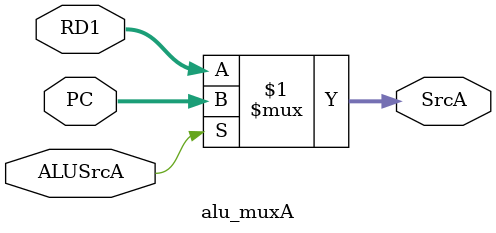
<source format=sv>
module alu_muxA(
    input logic [31:0]  RD1,
    input logic [31:0]  PC,
    input logic         ALUSrcA,
    output logic [31:0] SrcA
);

assign SrcA = ALUSrcA ? PC : RD1;

endmodule

</source>
